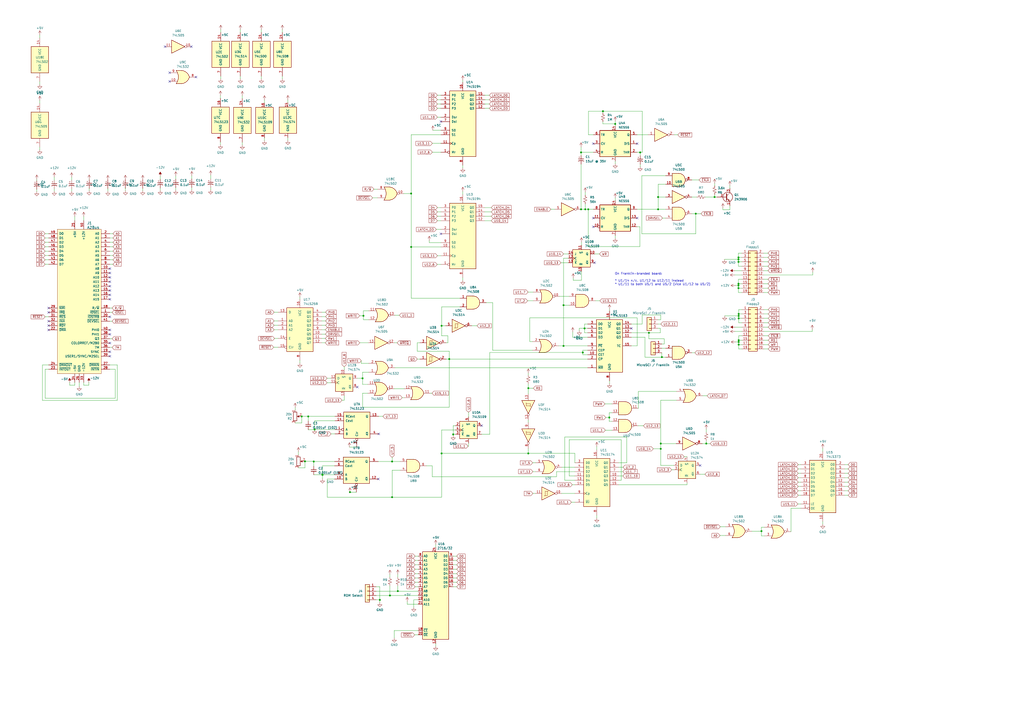
<source format=kicad_sch>
(kicad_sch (version 20230121) (generator eeschema)

  (uuid 56eaaa0c-e1fe-4237-9a20-09a5d3261c04)

  (paper "A2")

  

  (junction (at 210.82 183.1848) (diameter 0) (color 0 0 0 0)
    (uuid 0eb7f77a-1691-46a5-beb9-708ba98faadf)
  )
  (junction (at 202.9968 285.496) (diameter 0) (color 0 0 0 0)
    (uuid 14d45346-d329-43a1-b9b8-64a35b0c2786)
  )
  (junction (at 238.506 143.256) (diameter 0) (color 0 0 0 0)
    (uuid 15a0999a-cf8f-43ce-b2b4-de3dc34f1bf3)
  )
  (junction (at 428.371 167.132) (diameter 0) (color 0 0 0 0)
    (uuid 15f43f1c-accb-4895-805a-096f40d54a7a)
  )
  (junction (at 381.762 114.3) (diameter 0) (color 0 0 0 0)
    (uuid 18830b47-e37a-4b7c-bc40-524241ad9993)
  )
  (junction (at 337.058 88.392) (diameter 0) (color 0 0 0 0)
    (uuid 19ce41b7-d63b-4e3b-8e96-0749db83864a)
  )
  (junction (at 230.759 342.9) (diameter 0) (color 0 0 0 0)
    (uuid 227877cb-8d6b-42dd-9f7a-f23170c0b15d)
  )
  (junction (at 428.498 198.374) (diameter 0) (color 0 0 0 0)
    (uuid 227ba67b-bd2a-403b-9cca-ece13dfc9a29)
  )
  (junction (at 414.528 114.3) (diameter 0) (color 0 0 0 0)
    (uuid 23e17ec8-9479-4c85-9262-9a7a693e4f16)
  )
  (junction (at 428.498 184.658) (diameter 0) (color 0 0 0 0)
    (uuid 2668cc68-5cd8-4256-8d5f-46a4b9c3d00f)
  )
  (junction (at 176.911 267.589) (diameter 0) (color 0 0 0 0)
    (uuid 29ede8ec-7163-4f64-b12a-891361f6d83e)
  )
  (junction (at 341.249 121.412) (diameter 0) (color 0 0 0 0)
    (uuid 2ad1150c-6a6d-4f48-80de-136a5933bf00)
  )
  (junction (at 428.498 197.358) (diameter 0) (color 0 0 0 0)
    (uuid 3676ef53-63ee-4f61-b495-9fda43b885aa)
  )
  (junction (at 226.187 345.44) (diameter 0) (color 0 0 0 0)
    (uuid 4047e49c-241f-4070-8ebb-d2175194a5a3)
  )
  (junction (at 428.371 164.592) (diameter 0) (color 0 0 0 0)
    (uuid 40a6aa2a-e077-4ccc-98cc-345cab0b77dd)
  )
  (junction (at 428.371 151.892) (diameter 0) (color 0 0 0 0)
    (uuid 427efada-0d99-44ee-b65a-61a94a1ba131)
  )
  (junction (at 428.371 165.608) (diameter 0) (color 0 0 0 0)
    (uuid 44148518-9c6e-4761-89b6-5d970091b980)
  )
  (junction (at 428.498 199.898) (diameter 0) (color 0 0 0 0)
    (uuid 48719128-be50-41b3-839a-ab256d4cf8cc)
  )
  (junction (at 353.441 242.189) (diameter 0) (color 0 0 0 0)
    (uuid 4b485b5a-e9ce-452f-8ced-17114d6ffd91)
  )
  (junction (at 428.371 149.352) (diameter 0) (color 0 0 0 0)
    (uuid 5064e6d7-e5c5-4f08-9333-555f72eee4ee)
  )
  (junction (at 383.286 260.35) (diameter 0) (color 0 0 0 0)
    (uuid 5166d6b6-8200-474c-a32b-c555196f31e6)
  )
  (junction (at 356.87 71.882) (diameter 0) (color 0 0 0 0)
    (uuid 52c27fbd-9fc4-4e48-90e6-38e3a0d82b5d)
  )
  (junction (at 403.606 123.952) (diameter 0) (color 0 0 0 0)
    (uuid 5481632d-fd31-48d1-9241-3db81d2839df)
  )
  (junction (at 220.345 347.98) (diameter 0) (color 0 0 0 0)
    (uuid 581e9f3c-406a-4072-8e53-4bc36d564c9b)
  )
  (junction (at 337.058 121.412) (diameter 0) (color 0 0 0 0)
    (uuid 5e3f2ac2-5661-4d18-a032-1fe8786956de)
  )
  (junction (at 339.09 190.5) (diameter 0) (color 0 0 0 0)
    (uuid 62ec17b1-65c1-4c8e-8373-71d96a4abc8f)
  )
  (junction (at 349.758 64.516) (diameter 0) (color 0 0 0 0)
    (uuid 68ac5519-04af-4e05-a4cf-db1e10ee5e75)
  )
  (junction (at 428.371 150.495) (diameter 0) (color 0 0 0 0)
    (uuid 6a049e7b-9826-405a-8ee8-2a6dd344f06c)
  )
  (junction (at 238.506 112.268) (diameter 0) (color 0 0 0 0)
    (uuid 6b0baf6c-d9ee-4b1c-862d-1f9190ab7d08)
  )
  (junction (at 326.898 177.038) (diameter 0) (color 0 0 0 0)
    (uuid 753a0d43-27e8-4262-86a7-30f38473324b)
  )
  (junction (at 175.006 241.554) (diameter 0) (color 0 0 0 0)
    (uuid 8333f7e2-3100-475c-84ac-bd4fd90e46a2)
  )
  (junction (at 326.898 200.66) (diameter 0) (color 0 0 0 0)
    (uuid 84913599-5a61-4410-9a54-840d91668fd6)
  )
  (junction (at 210.312 219.456) (diameter 0) (color 0 0 0 0)
    (uuid 8a6f51da-dbd5-4499-9d4d-062cfa0c7452)
  )
  (junction (at 260.604 208.28) (diameter 0) (color 0 0 0 0)
    (uuid 8d7ab7ec-954c-48b3-993b-3741c25aacf9)
  )
  (junction (at 227.457 267.716) (diameter 0) (color 0 0 0 0)
    (uuid 9071d1b8-e059-44e8-bb4b-a1ab2606d5eb)
  )
  (junction (at 371.348 88.392) (diameter 0) (color 0 0 0 0)
    (uuid 9752ede1-4542-4b95-88cb-322c1087cd25)
  )
  (junction (at 428.498 182.118) (diameter 0) (color 0 0 0 0)
    (uuid 9b875f30-8f9b-4b5b-b27e-88f17676d28e)
  )
  (junction (at 187.071 275.336) (diameter 0) (color 0 0 0 0)
    (uuid 9f9bb35f-05c9-4917-bf0a-74edb9b5decb)
  )
  (junction (at 181.991 267.716) (diameter 0) (color 0 0 0 0)
    (uuid ad8a0025-e6c4-4a4a-96d1-a3bb46b52a4d)
  )
  (junction (at 262.89 251.968) (diameter 0) (color 0 0 0 0)
    (uuid ae179397-46b0-4a33-ac43-4aafafbfe5b9)
  )
  (junction (at 409.702 257.302) (diameter 0) (color 0 0 0 0)
    (uuid aeabf866-9802-401b-9c86-810e77881321)
  )
  (junction (at 182.499 249.174) (diameter 0) (color 0 0 0 0)
    (uuid b56295da-b4a2-4945-9c4d-f118b61e7a62)
  )
  (junction (at 339.4964 121.412) (diameter 0) (color 0 0 0 0)
    (uuid b57d76cc-8247-4c50-a669-2c80b52ee984)
  )
  (junction (at 256.159 188.976) (diameter 0) (color 0 0 0 0)
    (uuid b82eac65-9acb-40cd-8167-e98fce56657b)
  )
  (junction (at 306.451 263.017) (diameter 0) (color 0 0 0 0)
    (uuid b8d3e334-2673-4852-a120-aa9ca5fcc314)
  )
  (junction (at 256.159 263.017) (diameter 0) (color 0 0 0 0)
    (uuid b94c25dc-e9c4-4cd5-9ffa-edf018c67a7e)
  )
  (junction (at 441.706 308.102) (diameter 0) (color 0 0 0 0)
    (uuid c4f9e4e2-930d-4690-8724-998bb53a0423)
  )
  (junction (at 306.4764 225.171) (diameter 0) (color 0 0 0 0)
    (uuid da0a476b-919d-4153-bebf-ec867f736d30)
  )
  (junction (at 376.428 193.04) (diameter 0) (color 0 0 0 0)
    (uuid dcad6ef9-c838-478d-9e1f-3c40d142846e)
  )
  (junction (at 383.286 257.302) (diameter 0) (color 0 0 0 0)
    (uuid e2ad4fa1-5a60-416d-ab62-4f1520d5c5c5)
  )
  (junction (at 383.9464 207.1624) (diameter 0) (color 0 0 0 0)
    (uuid e4552e4c-cca1-4eb3-a435-a3bdac03e800)
  )
  (junction (at 338.074 204.47) (diameter 0) (color 0 0 0 0)
    (uuid ecb786b5-8992-4780-8778-1dbaa87fe391)
  )
  (junction (at 381.762 121.412) (diameter 0) (color 0 0 0 0)
    (uuid ed17696d-e853-4ee2-a849-c9f243f63711)
  )
  (junction (at 178.816 241.554) (diameter 0) (color 0 0 0 0)
    (uuid f08fc34c-75fd-4391-ab9e-36ec8f420cd0)
  )
  (junction (at 187.071 275.463) (diameter 0) (color 0 0 0 0)
    (uuid f2487e48-6677-414e-8fde-0accde918ba7)
  )
  (junction (at 227.457 288.417) (diameter 0) (color 0 0 0 0)
    (uuid fcaa6b18-2f5f-40a7-929f-3eaefad6a1d9)
  )
  (junction (at 428.498 183.261) (diameter 0) (color 0 0 0 0)
    (uuid fd8434a6-ac94-4e1e-834a-b713ca90d0b1)
  )

  (no_connect (at 28.194 181.229) (uuid 00079c83-a711-4f95-8171-4707c1ffe4f2))
  (no_connect (at 255.778 70.5104) (uuid 0023254e-99a6-4e38-9aea-036adb434f94))
  (no_connect (at 110.998 27.051) (uuid 09946f3d-95c5-4e83-bdee-666ac37263df))
  (no_connect (at 369.57 83.312) (uuid 0b4616bb-b68c-4768-b13c-bb3ab37b1241))
  (no_connect (at 63.754 204.089) (uuid 11d10470-6e67-4a4b-a7d4-b72ef4a9d1ca))
  (no_connect (at 207.264 224.536) (uuid 2152bf48-a03d-4428-a1b1-5d9930c6322c))
  (no_connect (at 344.932 152.4) (uuid 2357aadf-b5b6-4a47-84a0-ec9270bf8db0))
  (no_connect (at 63.754 163.449) (uuid 2dd1b146-5821-42d2-b7b7-652f3d37495f))
  (no_connect (at 63.754 193.929) (uuid 3885ffd3-fd3b-4dba-b4f6-fb833d8d535c))
  (no_connect (at 28.194 188.849) (uuid 3bb3b145-9e54-4d85-a684-3f371eba77c4))
  (no_connect (at 28.194 191.389) (uuid 40c3baa7-d5b0-4c7e-89ad-714f7d1d467f))
  (no_connect (at 219.71 251.714) (uuid 46481c9d-3219-495e-99d8-4db677316f31))
  (no_connect (at 344.17 131.572) (uuid 4e90335f-0b5c-44b6-954e-50c9221d83fb))
  (no_connect (at 98.425 47.244) (uuid 55a97291-90c8-48d1-b85b-42536268fe43))
  (no_connect (at 63.754 158.369) (uuid 5a352595-70d1-4dc3-83fe-9cc43b2ea3b8))
  (no_connect (at 28.194 178.689) (uuid 5c47f2df-94cd-4506-8fb8-5fba0f3f15d4))
  (no_connect (at 406.146 270.002) (uuid 67e50e74-ce51-41c4-8715-55e602ab574f))
  (no_connect (at 63.754 183.769) (uuid 730a19e5-44b6-4b85-b39d-3319b8b30c0e))
  (no_connect (at 63.754 171.069) (uuid 745f3071-b71a-4126-8cfe-b28100f2c83d))
  (no_connect (at 279.4 246.888) (uuid 7f69b8a6-fd8d-4ebf-9fac-fb9372e95fdf))
  (no_connect (at 63.754 199.009) (uuid 83fd2193-17e5-4a27-adca-61ac1df8125e))
  (no_connect (at 113.665 44.704) (uuid 878414e4-e89b-4b62-b96a-3a45817a5ccd))
  (no_connect (at 369.57 126.492) (uuid 8f8dedf8-ce30-4ef7-94e6-bf4dd6dfbe7d))
  (no_connect (at 63.754 206.629) (uuid 956a391a-da2c-4d12-905e-127887b4e204))
  (no_connect (at 28.194 186.309) (uuid af4080e4-3e4a-42fa-a388-9422b5495276))
  (no_connect (at 98.425 42.164) (uuid b084c7d8-103e-4844-afc5-634992033d4b))
  (no_connect (at 344.17 83.312) (uuid bb9f08b1-817c-4157-86a8-001ebeb5682d))
  (no_connect (at 63.754 155.829) (uuid bd9d7e14-21b3-4dcd-9f41-a79fe09ce87e))
  (no_connect (at 366.268 190.5) (uuid c0166046-6244-47a5-9534-d1f90d7e129b))
  (no_connect (at 63.754 160.909) (uuid c06ada5e-2a3b-4df5-9a4d-1d7db4b05dca))
  (no_connect (at 63.754 168.529) (uuid cfd67672-d5af-4a82-ac5e-032c54d5ca3f))
  (no_connect (at 95.758 27.051) (uuid d9ee195d-667c-46b5-8c90-2d715e6afbee))
  (no_connect (at 63.754 173.609) (uuid dad0e8de-846b-4927-a07b-a135ef708439))
  (no_connect (at 63.754 191.389) (uuid e84d737c-cffc-4102-ae0c-16e7870ea92c))
  (no_connect (at 344.17 126.492) (uuid e85963b0-aca1-4e88-8dcc-ea6a2b30aa16))
  (no_connect (at 255.778 135.636) (uuid f56a3247-35bc-4734-a52e-0c4d8a7dd57a))
  (no_connect (at 63.754 165.989) (uuid f83a257c-1ff9-4bb7-ae91-0221c4808d11))
  (no_connect (at 219.456 277.876) (uuid fbba59ff-199c-431d-9558-e8c866b5ce8c))

  (wire (pts (xy 372.4656 182.7276) (xy 372.4656 187.96))
    (stroke (width 0) (type default))
    (uuid 00574d2a-adbb-461e-bfab-c3030d96eb4f)
  )
  (wire (pts (xy 218.186 342.9) (xy 230.759 342.9))
    (stroke (width 0) (type default))
    (uuid 0069cff1-7758-4892-937b-381c82fabe50)
  )
  (wire (pts (xy 281.178 120.396) (xy 284.988 120.396))
    (stroke (width 0) (type default))
    (uuid 007e0ebe-d85a-4638-af77-d1a23acf3dd8)
  )
  (wire (pts (xy 366.268 200.66) (xy 369.57 200.66))
    (stroke (width 0) (type default))
    (uuid 00886f5c-4976-4610-9ff6-c8245aa5e3db)
  )
  (wire (pts (xy 331.978 281.178) (xy 333.502 281.178))
    (stroke (width 0) (type default))
    (uuid 00f4b3b9-78f1-4610-b5e0-84f3d25adcc5)
  )
  (wire (pts (xy 428.371 151.892) (xy 428.371 154.432))
    (stroke (width 0) (type default))
    (uuid 00f7c9a1-a7ec-475d-ae41-a3a9244fac3f)
  )
  (wire (pts (xy 255.7272 83.2104) (xy 255.7272 83.185))
    (stroke (width 0) (type default))
    (uuid 0109a42f-4b31-4ebe-876a-96b722593589)
  )
  (wire (pts (xy 371.221 143.002) (xy 371.221 131.572))
    (stroke (width 0) (type default))
    (uuid 01e83326-4e98-4d5f-82ec-8f0b7bea881a)
  )
  (wire (pts (xy 383.286 232.156) (xy 383.286 257.302))
    (stroke (width 0) (type default))
    (uuid 02c6a018-f574-45b9-a68c-fa31b09aaed6)
  )
  (wire (pts (xy 227.457 265.303) (xy 227.457 267.716))
    (stroke (width 0) (type default))
    (uuid 02d0e262-8c0a-4218-9c00-7ec2ebecc668)
  )
  (wire (pts (xy 186.69 198.882) (xy 188.6712 198.882))
    (stroke (width 0) (type default))
    (uuid 039917d2-99a2-4522-8665-986db18d8e31)
  )
  (wire (pts (xy 151.638 17.145) (xy 151.638 18.796))
    (stroke (width 0) (type default))
    (uuid 040dbea4-9977-4a31-9393-13ea60b16445)
  )
  (wire (pts (xy 262.89 330.2) (xy 264.922 330.2))
    (stroke (width 0) (type default))
    (uuid 04752ae3-bfc2-458d-bdc8-afea6c7649ee)
  )
  (wire (pts (xy 337.312 162.56) (xy 332.486 162.56))
    (stroke (width 0) (type default))
    (uuid 04a6efa1-aa9e-4645-bd05-c8e4cdf162a6)
  )
  (wire (pts (xy 346.202 298.958) (xy 346.202 300.482))
    (stroke (width 0) (type default))
    (uuid 05420eaf-24bd-4d1e-99bf-3be6ddd68c66)
  )
  (wire (pts (xy 396.875 264.922) (xy 398.526 264.922))
    (stroke (width 0) (type default))
    (uuid 05c4193c-faca-4502-a4be-7633bebf234d)
  )
  (wire (pts (xy 186.69 193.802) (xy 188.722 193.802))
    (stroke (width 0) (type default))
    (uuid 05fc5cc0-bb44-4350-a781-560e0e3b4c4c)
  )
  (wire (pts (xy 24.638 211.709) (xy 24.638 232.283))
    (stroke (width 0) (type default))
    (uuid 06181ce3-b06b-4529-8cce-dd2810672270)
  )
  (wire (pts (xy 242.57 335.28) (xy 240.792 335.28))
    (stroke (width 0) (type default))
    (uuid 064b29a8-f9a3-4267-b587-373d5046518a)
  )
  (wire (pts (xy 281.7368 62.865) (xy 283.845 62.865))
    (stroke (width 0) (type default))
    (uuid 0656086a-1f5b-495e-8615-b7c40f0badad)
  )
  (wire (pts (xy 258.445 188.976) (xy 256.159 188.976))
    (stroke (width 0) (type default))
    (uuid 070d6392-fdeb-4eee-9a52-e9ea2fd7fd17)
  )
  (wire (pts (xy 255.6256 55.245) (xy 253.746 55.245))
    (stroke (width 0) (type default))
    (uuid 0754172d-7b54-485f-b2c6-89de78d13fc8)
  )
  (wire (pts (xy 426.212 159.512) (xy 430.276 159.512))
    (stroke (width 0) (type default))
    (uuid 07851094-48db-4000-b57f-0f0e1e1f126f)
  )
  (wire (pts (xy 238.506 78.1304) (xy 255.778 78.1304))
    (stroke (width 0) (type default))
    (uuid 09060ad0-0646-41a1-ba05-5322ed0a435f)
  )
  (wire (pts (xy 353.568 179.324) (xy 353.568 180.34))
    (stroke (width 0) (type default))
    (uuid 09aa1bf2-8a17-4f34-8d88-8b81ad5c5abb)
  )
  (wire (pts (xy 442.976 164.592) (xy 445.516 164.592))
    (stroke (width 0) (type default))
    (uuid 09c87717-7ef4-45f4-b64d-0750365e4a24)
  )
  (wire (pts (xy 463.042 272.034) (xy 464.566 272.034))
    (stroke (width 0) (type default))
    (uuid 0a0b1b1c-92a4-478c-aa5b-ee031bba2f03)
  )
  (wire (pts (xy 226.187 345.44) (xy 242.57 345.44))
    (stroke (width 0) (type default))
    (uuid 0b2ece80-3483-4240-b6c8-87d84edcd6a8)
  )
  (wire (pts (xy 463.042 274.574) (xy 464.566 274.574))
    (stroke (width 0) (type default))
    (uuid 0b68a056-85b6-48d1-a2cc-038c8a65659f)
  )
  (wire (pts (xy 240.03 352.2472) (xy 240.03 347.98))
    (stroke (width 0) (type default))
    (uuid 0c0c9414-8569-47d0-9bbd-a5c6f7990176)
  )
  (wire (pts (xy 210.82 185.42) (xy 213.868 185.42))
    (stroke (width 0) (type default))
    (uuid 0c490525-8dc8-42cf-8f5d-14c1f973c5bc)
  )
  (wire (pts (xy 430.276 146.812) (xy 428.371 146.812))
    (stroke (width 0) (type default))
    (uuid 0d15b18c-8f36-417c-8627-6d7fc247b2d0)
  )
  (wire (pts (xy 309.118 273.558) (xy 310.642 273.558))
    (stroke (width 0) (type default))
    (uuid 0d5c8966-853d-4aee-89ff-753b20ea3fd6)
  )
  (wire (pts (xy 428.371 164.592) (xy 430.276 164.592))
    (stroke (width 0) (type default))
    (uuid 0d838062-46de-45e9-bfdd-65e77dd8aee8)
  )
  (wire (pts (xy 462.788 292.354) (xy 464.566 292.354))
    (stroke (width 0) (type default))
    (uuid 0e12576a-5d20-430c-b87b-bc4facb73712)
  )
  (wire (pts (xy 208.6356 183.1848) (xy 210.82 183.1848))
    (stroke (width 0) (type default))
    (uuid 0e4c835e-1a72-4fc8-beef-fd110906edea)
  )
  (wire (pts (xy 281.178 122.936) (xy 284.988 122.936))
    (stroke (width 0) (type default))
    (uuid 0f094e4b-acc5-4d61-81bb-2d09930a28bd)
  )
  (wire (pts (xy 414.528 106.426) (xy 414.528 107.823))
    (stroke (width 0) (type default))
    (uuid 10252dee-e0c1-46aa-b100-90f76de019ec)
  )
  (wire (pts (xy 66.802 231.013) (xy 66.802 214.249))
    (stroke (width 0) (type default))
    (uuid 103875b5-8d01-45bb-9766-b4bffd2a91ed)
  )
  (wire (pts (xy 407.67 229.616) (xy 410.21 229.616))
    (stroke (width 0) (type default))
    (uuid 1046df67-d8c4-4253-99a4-8c71d51cc5da)
  )
  (wire (pts (xy 381.762 106.934) (xy 381.762 114.3))
    (stroke (width 0) (type default))
    (uuid 10cbd44e-498b-4149-a7a3-ce2436234da6)
  )
  (wire (pts (xy 308.991 268.478) (xy 310.642 268.478))
    (stroke (width 0) (type default))
    (uuid 124b9756-7dbf-43a0-80e7-a46f9a2b36c9)
  )
  (wire (pts (xy 281.7368 62.8904) (xy 281.7368 62.865))
    (stroke (width 0) (type default))
    (uuid 125e7f04-30f0-4f88-af7b-caf18148782b)
  )
  (wire (pts (xy 381.762 114.3) (xy 386.08 114.3))
    (stroke (width 0) (type default))
    (uuid 1346430b-8675-4b45-ad92-91bb90b137f1)
  )
  (wire (pts (xy 358.902 268.478) (xy 363.601 268.478))
    (stroke (width 0) (type default))
    (uuid 1356113a-513f-4af7-ba9a-3e0eb779f180)
  )
  (wire (pts (xy 381.762 114.3) (xy 381.762 121.412))
    (stroke (width 0) (type default))
    (uuid 13a81eef-8d07-433f-b193-05e64faf501c)
  )
  (wire (pts (xy 159.258 196.342) (xy 161.29 196.342))
    (stroke (width 0) (type default))
    (uuid 13a98e74-3895-4860-ace8-42264bd188ca)
  )
  (wire (pts (xy 420.37 183.261) (xy 428.498 183.261))
    (stroke (width 0) (type default))
    (uuid 141295d1-b5fc-4f78-b6c6-4a5775b63835)
  )
  (wire (pts (xy 255.4732 62.8904) (xy 255.4732 62.865))
    (stroke (width 0) (type default))
    (uuid 14237b2d-35e0-4923-9a7b-d65817700424)
  )
  (wire (pts (xy 255.7272 83.185) (xy 250.825 83.185))
    (stroke (width 0) (type default))
    (uuid 1568cca2-d9ad-41d0-b548-de2df5e16612)
  )
  (wire (pts (xy 401.32 123.952) (xy 403.606 123.952))
    (stroke (width 0) (type default))
    (uuid 15776cd5-5e30-4bf6-9cc4-824c5705194c)
  )
  (wire (pts (xy 356.87 136.652) (xy 356.87 138.176))
    (stroke (width 0) (type default))
    (uuid 16728753-ca6c-4fe7-8178-d0982b6b4f17)
  )
  (wire (pts (xy 127.889 82.423) (xy 127.889 83.947))
    (stroke (width 0) (type default))
    (uuid 16755ab3-9878-498d-b781-70eb0a8321ce)
  )
  (wire (pts (xy 256.159 178.054) (xy 256.159 188.976))
    (stroke (width 0) (type default))
    (uuid 1675ca04-4c5f-4b67-bb62-04a02e0c8b69)
  )
  (wire (pts (xy 63.754 140.589) (xy 65.532 140.589))
    (stroke (width 0) (type default))
    (uuid 169e61eb-96e8-4c61-89f0-5030d1e7f392)
  )
  (wire (pts (xy 374.142 207.1624) (xy 374.142 195.58))
    (stroke (width 0) (type default))
    (uuid 17d991fb-7651-4a3d-90b7-989e67fb6932)
  )
  (wire (pts (xy 41.529 102.743) (xy 41.529 104.521))
    (stroke (width 0) (type default))
    (uuid 1901c3db-6846-4baf-a944-eb37755bbafa)
  )
  (wire (pts (xy 428.371 146.812) (xy 428.371 149.352))
    (stroke (width 0) (type default))
    (uuid 19abd9cd-9670-4f1f-864f-883c3b0782ab)
  )
  (wire (pts (xy 325.882 271.018) (xy 333.502 271.018))
    (stroke (width 0) (type default))
    (uuid 1a8f27f6-8e7c-4479-9c29-473839a5673e)
  )
  (wire (pts (xy 366.268 195.58) (xy 374.142 195.58))
    (stroke (width 0) (type default))
    (uuid 1aa04cfe-8dfe-4531-80f7-9c39f6757763)
  )
  (wire (pts (xy 28.194 148.209) (xy 26.162 148.209))
    (stroke (width 0) (type default))
    (uuid 1af49ea9-2385-422c-915b-da380d233ae8)
  )
  (wire (pts (xy 350.901 234.315) (xy 354.965 234.315))
    (stroke (width 0) (type default))
    (uuid 1bdb14cd-6438-42dc-b5eb-9f1b82ac6ee8)
  )
  (wire (pts (xy 383.9464 202.0824) (xy 386.08 202.0824))
    (stroke (width 0) (type default))
    (uuid 1bf36dd4-f692-415d-b903-22a2d1f06abb)
  )
  (wire (pts (xy 186.69 186.182) (xy 188.849 186.182))
    (stroke (width 0) (type default))
    (uuid 1df8e6c8-70be-4d44-9611-4958c61c9713)
  )
  (wire (pts (xy 242.57 340.36) (xy 240.792 340.36))
    (stroke (width 0) (type default))
    (uuid 1e42d8a7-e536-4d54-af0a-127f1462310f)
  )
  (wire (pts (xy 322.834 276.479) (xy 250.698 276.479))
    (stroke (width 0) (type default))
    (uuid 1eab2bbf-f74c-4e84-9a87-ab804723437e)
  )
  (wire (pts (xy 370.332 236.855) (xy 370.332 227.076))
    (stroke (width 0) (type default))
    (uuid 1ebfdc13-b7aa-4fe4-9c59-27706ce9af12)
  )
  (wire (pts (xy 210.312 236.1692) (xy 260.604 236.1692))
    (stroke (width 0) (type default))
    (uuid 1ef652e2-4f81-4121-ab63-8ffcc481806e)
  )
  (wire (pts (xy 419.354 120.65) (xy 419.354 121.666))
    (stroke (width 0) (type default))
    (uuid 1f1f6048-783d-4fa2-8b9d-4f428817071e)
  )
  (wire (pts (xy 250.698 276.479) (xy 250.698 270.256))
    (stroke (width 0) (type default))
    (uuid 1f8ab515-4239-4652-a342-db3d9daf75d8)
  )
  (wire (pts (xy 477.266 302.514) (xy 477.266 304.038))
    (stroke (width 0) (type default))
    (uuid 20d9c6c4-736f-4ad1-a5ed-f7de55b7f1d5)
  )
  (wire (pts (xy 356.87 70.358) (xy 356.87 71.882))
    (stroke (width 0) (type default))
    (uuid 213f6e22-e8c8-4492-a379-2322f30f3125)
  )
  (wire (pts (xy 253.746 148.336) (xy 255.778 148.336))
    (stroke (width 0) (type default))
    (uuid 22f92fd4-22c2-49c2-b68f-c98d01d59bb6)
  )
  (wire (pts (xy 40.386 221.869) (xy 40.386 223.393))
    (stroke (width 0) (type default))
    (uuid 234e4088-7b74-4b83-ac7a-d26a332b7728)
  )
  (wire (pts (xy 430.403 194.818) (xy 428.498 194.818))
    (stroke (width 0) (type default))
    (uuid 23a385f6-c567-4c32-b440-5de537d5d224)
  )
  (wire (pts (xy 428.371 164.592) (xy 428.371 165.608))
    (stroke (width 0) (type default))
    (uuid 24b5e0b4-6844-4584-9cc5-77dfd19e9a39)
  )
  (wire (pts (xy 338.074 203.2) (xy 340.868 203.2))
    (stroke (width 0) (type default))
    (uuid 252e28f1-2826-4f6b-b5a9-8bf0780e68d6)
  )
  (wire (pts (xy 331.47 291.338) (xy 333.502 291.338))
    (stroke (width 0) (type default))
    (uuid 260647dc-5c22-4300-8f41-c2a808039a1b)
  )
  (wire (pts (xy 159.004 191.262) (xy 161.29 191.262))
    (stroke (width 0) (type default))
    (uuid 26970cac-8593-4f8a-9df6-0c3172c51261)
  )
  (wire (pts (xy 255.524 60.325) (xy 253.746 60.325))
    (stroke (width 0) (type default))
    (uuid 26ddf6b2-550e-415c-8c7d-c6d7c0d5e523)
  )
  (wire (pts (xy 167.005 57.912) (xy 167.005 59.563))
    (stroke (width 0) (type default))
    (uuid 26e2c626-2054-4bf2-bc0f-17f2cb652a87)
  )
  (wire (pts (xy 351.155 249.555) (xy 354.965 249.555))
    (stroke (width 0) (type default))
    (uuid 27099863-8b7e-4f4e-9483-231766d037e6)
  )
  (wire (pts (xy 306.4764 222.6564) (xy 306.4764 225.171))
    (stroke (width 0) (type default))
    (uuid 274115e5-c023-40f9-80c0-c1b36d6a5bf4)
  )
  (wire (pts (xy 363.601 253.492) (xy 327.66 253.492))
    (stroke (width 0) (type default))
    (uuid 27b956ed-c09f-4b92-adbb-7df9d3bcc521)
  )
  (wire (pts (xy 403.606 135.636) (xy 403.606 123.952))
    (stroke (width 0) (type default))
    (uuid 288ea8f6-0c8b-412d-8973-b96c570a5809)
  )
  (wire (pts (xy 255.5748 57.785) (xy 253.746 57.785))
    (stroke (width 0) (type default))
    (uuid 28d12758-ff2d-4dc4-9737-1eb7e05cd3dd)
  )
  (wire (pts (xy 207.264 219.456) (xy 210.312 219.456))
    (stroke (width 0) (type default))
    (uuid 291d89ff-3591-491a-bea1-d06156d7740c)
  )
  (wire (pts (xy 189.865 288.417) (xy 227.457 288.417))
    (stroke (width 0) (type default))
    (uuid 2963870a-f512-4889-bfad-b84443ff7c35)
  )
  (wire (pts (xy 264.16 246.888) (xy 262.89 246.888))
    (stroke (width 0) (type default))
    (uuid 2acb5921-7af8-4f3f-ad29-3f90022b3486)
  )
  (wire (pts (xy 28.194 183.769) (xy 26.162 183.769))
    (stroke (width 0) (type default))
    (uuid 2b000f12-7837-4dbb-9b1f-5fedbdeacacc)
  )
  (wire (pts (xy 48.514 223.393) (xy 51.562 223.393))
    (stroke (width 0) (type default))
    (uuid 2b3e8503-775e-4be7-b759-0f65b7dd6fb9)
  )
  (wire (pts (xy 392.43 232.156) (xy 383.286 232.156))
    (stroke (width 0) (type default))
    (uuid 2b4d7482-fe32-4eb1-add5-c6f422a800e9)
  )
  (wire (pts (xy 249.0216 140.716) (xy 255.778 140.716))
    (stroke (width 0) (type default))
    (uuid 2b771cda-6ef1-4228-a7b9-606d6089e450)
  )
  (wire (pts (xy 242.57 325.12) (xy 240.792 325.12))
    (stroke (width 0) (type default))
    (uuid 2b922a83-3308-4215-9822-51cefc25e060)
  )
  (wire (pts (xy 341.376 78.232) (xy 341.376 64.516))
    (stroke (width 0) (type default))
    (uuid 2bbb70e5-c86d-4125-b3fd-383eda8a636a)
  )
  (wire (pts (xy 210.312 219.456) (xy 210.312 223.012))
    (stroke (width 0) (type default))
    (uuid 2bd0af92-7508-40d7-8137-150efcf06ce9)
  )
  (wire (pts (xy 341.249 121.412) (xy 341.249 143.002))
    (stroke (width 0) (type default))
    (uuid 2c505973-1eb3-4942-becd-c975203b9252)
  )
  (wire (pts (xy 173.99 209.042) (xy 173.99 210.566))
    (stroke (width 0) (type default))
    (uuid 2ced7b97-65c3-40c2-855f-899ba28847a9)
  )
  (wire (pts (xy 428.371 162.052) (xy 428.371 164.592))
    (stroke (width 0) (type default))
    (uuid 2d971387-7e10-4b07-81d6-84dc00b9d4eb)
  )
  (wire (pts (xy 242.062 208.28) (xy 243.586 208.28))
    (stroke (width 0) (type default))
    (uuid 2f68bce5-d72c-4897-b6ff-95016d192940)
  )
  (wire (pts (xy 28.194 145.669) (xy 26.162 145.669))
    (stroke (width 0) (type default))
    (uuid 319b669a-6a92-4893-9b98-c408df234816)
  )
  (wire (pts (xy 252.73 373.38) (xy 252.73 374.777))
    (stroke (width 0) (type default))
    (uuid 33099e0a-fa78-4987-9d6f-e97f8bb30e04)
  )
  (wire (pts (xy 281.178 62.8904) (xy 281.7368 62.8904))
    (stroke (width 0) (type default))
    (uuid 330eb766-294c-41b5-8dbc-b9623757c888)
  )
  (wire (pts (xy 443.103 187.198) (xy 445.643 187.198))
    (stroke (width 0) (type default))
    (uuid 3321ca68-360f-43c2-96b3-e6b31e08b312)
  )
  (wire (pts (xy 442.976 156.972) (xy 445.516 156.972))
    (stroke (width 0) (type default))
    (uuid 33859ce5-cded-4922-abe0-c4afb5f18990)
  )
  (wire (pts (xy 210.312 215.9) (xy 210.312 219.456))
    (stroke (width 0) (type default))
    (uuid 33ca31fa-84e2-422e-88f1-847a5a145573)
  )
  (wire (pts (xy 333.502 273.558) (xy 322.834 273.558))
    (stroke (width 0) (type default))
    (uuid 33dc364b-aeb1-4ccc-8734-ff295df92d27)
  )
  (wire (pts (xy 159.004 188.722) (xy 161.29 188.722))
    (stroke (width 0) (type default))
    (uuid 33fcac58-8184-4d20-a1c4-284cdd66749e)
  )
  (wire (pts (xy 428.371 149.352) (xy 430.276 149.352))
    (stroke (width 0) (type default))
    (uuid 3417a8d8-27e7-4017-8c55-1a7645d76a1d)
  )
  (wire (pts (xy 426.339 192.278) (xy 430.403 192.278))
    (stroke (width 0) (type default))
    (uuid 348e1eab-d2c1-4b17-9096-fe568a6ea495)
  )
  (wire (pts (xy 186.69 183.642) (xy 188.849 183.642))
    (stroke (width 0) (type default))
    (uuid 34d43017-421d-4833-8ffd-032b2cb1a4d5)
  )
  (wire (pts (xy 187.071 270.256) (xy 187.071 275.336))
    (stroke (width 0) (type default))
    (uuid 3579f635-6354-42f8-a75c-3f1c4ddbabe0)
  )
  (wire (pts (xy 441.706 310.896) (xy 443.484 310.896))
    (stroke (width 0) (type default))
    (uuid 36dabc5e-7da5-44d2-9a3b-0b41b99f0479)
  )
  (wire (pts (xy 489.966 284.734) (xy 491.998 284.734))
    (stroke (width 0) (type default))
    (uuid 37a63329-bc53-4bc9-a3a4-1ec82f83cda1)
  )
  (wire (pts (xy 489.966 272.034) (xy 491.998 272.034))
    (stroke (width 0) (type default))
    (uuid 37f4e18f-a43e-4eb6-81b1-ce9b6990c4bc)
  )
  (wire (pts (xy 338.074 203.2) (xy 338.074 204.47))
    (stroke (width 0) (type default))
    (uuid 385e03d2-22fa-42cc-89af-2e4146b4d8b5)
  )
  (wire (pts (xy 40.386 223.393) (xy 43.434 223.393))
    (stroke (width 0) (type default))
    (uuid 38891a5f-796b-4863-8641-e71ba85257a8)
  )
  (wire (pts (xy 82.804 109.3216) (xy 82.804 110.617))
    (stroke (width 0) (type default))
    (uuid 38b47637-5050-47ac-af4f-98392006f2e2)
  )
  (wire (pts (xy 63.754 150.749) (xy 65.532 150.749))
    (stroke (width 0) (type default))
    (uuid 39057a9e-8840-42e9-83e6-4aff46397e01)
  )
  (wire (pts (xy 255.778 55.2704) (xy 255.6256 55.2704))
    (stroke (width 0) (type default))
    (uuid 3967a7f7-9cae-4a03-ab22-fbf79e569eef)
  )
  (wire (pts (xy 45.974 221.869) (xy 45.974 224.155))
    (stroke (width 0) (type default))
    (uuid 39c95b3c-9153-493a-bf90-c97480710e15)
  )
  (wire (pts (xy 326.898 147.32) (xy 329.692 147.32))
    (stroke (width 0) (type default))
    (uuid 39cb24c1-da17-45ac-a22a-b2797c1ec8d6)
  )
  (wire (pts (xy 255.7272 83.2104) (xy 255.778 83.2104))
    (stroke (width 0) (type default))
    (uuid 39e6851e-e98b-4b38-ac47-417d5a1b0d16)
  )
  (wire (pts (xy 337.058 88.392) (xy 344.17 88.392))
    (stroke (width 0) (type default))
    (uuid 3a99f074-2ff1-4825-9e77-0d3431a418a1)
  )
  (wire (pts (xy 436.118 308.102) (xy 441.706 308.102))
    (stroke (width 0) (type default))
    (uuid 3a9f8d25-150e-4f10-bfd9-b6eb1252dc52)
  )
  (wire (pts (xy 383.286 182.7276) (xy 372.4656 182.7276))
    (stroke (width 0) (type default))
    (uuid 3b07724e-288b-47d2-842d-3bb7c521462f)
  )
  (wire (pts (xy 386.08 106.934) (xy 381.762 106.934))
    (stroke (width 0) (type default))
    (uuid 3b0854d9-c882-4656-b38a-d91434bdd4de)
  )
  (wire (pts (xy 63.754 145.669) (xy 65.532 145.669))
    (stroke (width 0) (type default))
    (uuid 3b1f80e4-9899-4eba-b63e-89ca6dbb1c37)
  )
  (wire (pts (xy 51.689 109.3978) (xy 51.689 110.617))
    (stroke (width 0) (type default))
    (uuid 3b5fe685-44aa-435c-856c-b0131936263f)
  )
  (wire (pts (xy 63.754 201.549) (xy 65.024 201.549))
    (stroke (width 0) (type default))
    (uuid 3b8dae4d-f4bc-4417-a381-a0888263da7b)
  )
  (wire (pts (xy 443.103 197.358) (xy 445.643 197.358))
    (stroke (width 0) (type default))
    (uuid 3c53083b-e778-489a-8a5a-3aef58728150)
  )
  (wire (pts (xy 227.457 267.716) (xy 232.156 267.716))
    (stroke (width 0) (type default))
    (uuid 3c86db09-9042-40cd-9248-fb55d22264d7)
  )
  (wire (pts (xy 186.69 196.342) (xy 188.722 196.342))
    (stroke (width 0) (type default))
    (uuid 3d31a697-51de-4e0a-a36c-b8e16bc1a8d7)
  )
  (wire (pts (xy 228.8032 365.76) (xy 228.8032 365.8108))
    (stroke (width 0) (type default))
    (uuid 3d3fab1e-b37f-4852-bd25-3f861271cbb9)
  )
  (wire (pts (xy 173.99 172.339) (xy 173.99 173.482))
    (stroke (width 0) (type default))
    (uuid 3d43c4df-5732-4c74-b1d1-0e5d80941e7a)
  )
  (wire (pts (xy 341.249 143.002) (xy 371.221 143.002))
    (stroke (width 0) (type default))
    (uuid 3dda110d-7a2a-4c29-aebd-62a4e68366d0)
  )
  (wire (pts (xy 281.178 125.476) (xy 284.988 125.476))
    (stroke (width 0) (type default))
    (uuid 3f5f71cf-4671-493f-adfd-29d112b44546)
  )
  (wire (pts (xy 372.618 88.392) (xy 371.348 88.392))
    (stroke (width 0) (type default))
    (uuid 41a9a39b-2cbb-44f0-80fa-514630e8dc44)
  )
  (wire (pts (xy 255.778 128.016) (xy 253.746 128.016))
    (stroke (width 0) (type default))
    (uuid 42272146-16b6-4961-b697-8d8f07fcfca2)
  )
  (wire (pts (xy 242.57 330.2) (xy 240.792 330.2))
    (stroke (width 0) (type default))
    (uuid 423ac83c-2820-4103-b475-46dbb6c3c019)
  )
  (wire (pts (xy 255.6764 88.265) (xy 250.825 88.265))
    (stroke (width 0) (type default))
    (uuid 4260c575-11f9-4ef1-ad5f-cbee43830f9b)
  )
  (wire (pts (xy 333.502 268.478) (xy 333.502 263.017))
    (stroke (width 0) (type default))
    (uuid 435ff79e-8317-49ce-b9dc-0d3fef650d6b)
  )
  (wire (pts (xy 489.966 274.574) (xy 491.998 274.574))
    (stroke (width 0) (type default))
    (uuid 4386ef56-a88d-4d19-8f54-59ec26d88a07)
  )
  (wire (pts (xy 189.865 277.876) (xy 194.056 277.876))
    (stroke (width 0) (type default))
    (uuid 43dd29de-012c-40eb-8ab4-4ab281a70592)
  )
  (wire (pts (xy 371.348 88.392) (xy 369.57 88.392))
    (stroke (width 0) (type default))
    (uuid 43e0c69e-e814-42af-9208-74b8ab122e8f)
  )
  (wire (pts (xy 242.57 332.74) (xy 240.792 332.74))
    (stroke (width 0) (type default))
    (uuid 4566a2a0-6592-4246-b2d5-7715d2ce6563)
  )
  (wire (pts (xy 273.685 188.976) (xy 276.733 188.976))
    (stroke (width 0) (type default))
    (uuid 45fefb57-e01b-4797-b7a4-e56e0b2a70bb)
  )
  (wire (pts (xy 325.374 152.4) (xy 329.692 152.4))
    (stroke (width 0) (type default))
    (uuid 46585694-5277-4008-a238-cc258e7d698c)
  )
  (wire (pts (xy 226.187 333.248) (xy 226.187 334.772))
    (stroke (width 0) (type default))
    (uuid 46ab67f8-f711-4e63-a219-1709c00c7dcd)
  )
  (wire (pts (xy 199.644 212.725) (xy 199.644 214.376))
    (stroke (width 0) (type default))
    (uuid 47af053b-8469-44f4-abb6-102a45e81767)
  )
  (wire (pts (xy 259.842 194.818) (xy 259.842 198.882))
    (stroke (width 0) (type default))
    (uuid 47dc275a-8a87-44ca-a785-435496e2d418)
  )
  (wire (pts (xy 171.196 236.4232) (xy 171.196 237.744))
    (stroke (width 0) (type default))
    (uuid 47e81150-f847-4373-94c8-74272ed0d6b8)
  )
  (wire (pts (xy 281.178 60.3504) (xy 281.686 60.3504))
    (stroke (width 0) (type default))
    (uuid 48d9f184-31bd-403f-812a-b8925b43f59d)
  )
  (wire (pts (xy 356.87 71.882) (xy 356.87 73.152))
    (stroke (width 0) (type default))
    (uuid 48f198fa-4e7c-4caa-a879-e9922c229418)
  )
  (wire (pts (xy 63.754 181.229) (xy 65.024 181.229))
    (stroke (width 0) (type default))
    (uuid 4907fd95-2adc-4178-91f0-5e7ab6a8d462)
  )
  (wire (pts (xy 262.89 332.74) (xy 264.922 332.74))
    (stroke (width 0) (type default))
    (uuid 4981531b-a445-425a-985c-35b8db68489f)
  )
  (wire (pts (xy 341.249 121.412) (xy 344.17 121.412))
    (stroke (width 0) (type default))
    (uuid 49a241a9-90c2-4b7a-bedd-d204d312788e)
  )
  (wire (pts (xy 192.024 251.714) (xy 194.31 251.714))
    (stroke (width 0) (type default))
    (uuid 49f73d90-a4b4-4984-9ada-872de592c31d)
  )
  (wire (pts (xy 339.09 193.04) (xy 340.868 193.04))
    (stroke (width 0) (type default))
    (uuid 49fdc7cd-5779-4afe-82e8-1924159c0fb2)
  )
  (wire (pts (xy 346.202 259.08) (xy 346.202 260.858))
    (stroke (width 0) (type default))
    (uuid 4a0e8f76-ca6e-4721-992e-d4d4f847c5fd)
  )
  (wire (pts (xy 353.441 239.395) (xy 353.441 242.189))
    (stroke (width 0) (type default))
    (uuid 4a56a3f9-bb52-4873-b50a-a897b84f4f9f)
  )
  (wire (pts (xy 430.276 162.052) (xy 428.371 162.052))
    (stroke (width 0) (type default))
    (uuid 4af229f5-987e-4c55-9490-6faecb3c88dd)
  )
  (wire (pts (xy 333.502 276.098) (xy 330.2 276.098))
    (stroke (width 0) (type default))
    (uuid 4b3e831f-a122-4475-bcb9-8db61283b7fb)
  )
  (wire (pts (xy 101.981 108.966) (xy 101.981 110.236))
    (stroke (width 0) (type default))
    (uuid 4b422eec-f9ee-4120-8d22-d5d00ab5f408)
  )
  (wire (pts (xy 176.9364 267.6144) (xy 176.8856 267.6144))
    (stroke (width 0) (type default))
    (uuid 4c8f8603-2af7-4091-911b-bc7110ad9154)
  )
  (wire (pts (xy 255.6764 88.2904) (xy 255.6764 88.265))
    (stroke (width 0) (type default))
    (uuid 4ca7ba50-1b86-4d8e-ae73-33f61bbbc22b)
  )
  (wire (pts (xy 63.754 178.689) (xy 65.024 178.689))
    (stroke (width 0) (type default))
    (uuid 4dc6859c-4634-4b4e-8fad-c1355a95536a)
  )
  (wire (pts (xy 139.446 17.145) (xy 139.446 18.796))
    (stroke (width 0) (type default))
    (uuid 4dce062f-fe9c-45ba-bf07-19e677fc1793)
  )
  (wire (pts (xy 345.44 174.498) (xy 347.98 174.498))
    (stroke (width 0) (type default))
    (uuid 4dde7aee-c1c9-4f18-8bfc-1b6958c65307)
  )
  (wire (pts (xy 443.103 192.278) (xy 471.17 192.278))
    (stroke (width 0) (type default))
    (uuid 4dffd22e-b19b-47f3-854b-ff138b1e6189)
  )
  (wire (pts (xy 458.724 308.356) (xy 458.851 308.356))
    (stroke (width 0) (type default))
    (uuid 4fc3c75b-2b15-47d6-9f44-3c0048d976f1)
  )
  (wire (pts (xy 463.042 284.734) (xy 464.566 284.734))
    (stroke (width 0) (type default))
    (uuid 4fc5ae12-b524-423e-a64b-06c7f1a248a6)
  )
  (wire (pts (xy 326.898 177.038) (xy 326.898 200.66))
    (stroke (width 0) (type default))
    (uuid 4feb190f-4232-4094-b619-de3344a00bac)
  )
  (wire (pts (xy 309.118 286.258) (xy 310.515 286.258))
    (stroke (width 0) (type default))
    (uuid 503cfeda-3806-406b-97d7-dfb204b10ed8)
  )
  (wire (pts (xy 281.5844 55.2704) (xy 281.5844 55.245))
    (stroke (width 0) (type default))
    (uuid 5151ee5e-a27f-4647-8844-e7d15f1ade8d)
  )
  (wire (pts (xy 428.498 184.658) (xy 430.403 184.658))
    (stroke (width 0) (type default))
    (uuid 51d485f7-bfd6-4fd6-8acc-f0dfff888b18)
  )
  (wire (pts (xy 337.058 88.392) (xy 337.058 90.17))
    (stroke (width 0) (type default))
    (uuid 520d1456-7d85-43dd-9f04-43f2ba7c11ee)
  )
  (wire (pts (xy 242.57 365.76) (xy 228.8032 365.76))
    (stroke (width 0) (type default))
    (uuid 523202d4-2946-4bb5-908b-af87af37ffd7)
  )
  (wire (pts (xy 63.754 153.289) (xy 65.532 153.289))
    (stroke (width 0) (type default))
    (uuid 5416c4df-ea7a-4661-b447-aa109c05d071)
  )
  (wire (pts (xy 426.72 198.374) (xy 428.498 198.374))
    (stroke (width 0) (type default))
    (uuid 5491647b-0b85-416f-93e0-6c1f9368cd13)
  )
  (wire (pts (xy 176.8856 267.589) (xy 176.911 267.589))
    (stroke (width 0) (type default))
    (uuid 5491fb1e-350e-4e2f-9d5c-f47ad0356699)
  )
  (wire (pts (xy 376.428 193.04) (xy 376.428 196.5452))
    (stroke (width 0) (type default))
    (uuid 54c2c245-30f6-46ff-9a0f-25089db52f52)
  )
  (wire (pts (xy 175.006 241.554) (xy 178.816 241.554))
    (stroke (width 0) (type default))
    (uuid 55118ca5-8baa-4b75-96a8-00122cf2edf0)
  )
  (wire (pts (xy 182.499 249.301) (xy 182.499 249.174))
    (stroke (width 0) (type default))
    (uuid 556b4a53-b62f-4252-96c9-9ca89fdc3d20)
  )
  (wire (pts (xy 262.89 337.82) (xy 264.922 337.82))
    (stroke (width 0) (type default))
    (uuid 5648e0ad-7908-45e0-aea0-ff9d8423af02)
  )
  (wire (pts (xy 181.991 267.589) (xy 181.991 267.716))
    (stroke (width 0) (type default))
    (uuid 5658af5f-d1cd-4663-a1fe-ed5c88f13f38)
  )
  (wire (pts (xy 101.981 102.108) (xy 101.981 103.886))
    (stroke (width 0) (type default))
    (uuid 56948bf0-737c-45db-941e-683353cd28b0)
  )
  (wire (pts (xy 255.778 120.396) (xy 253.746 120.396))
    (stroke (width 0) (type default))
    (uuid 56f30c88-ac25-4f56-aaeb-5771d64dd65b)
  )
  (wire (pts (xy 409.702 248.92) (xy 409.702 250.698))
    (stroke (width 0) (type default))
    (uuid 5766c08c-fa98-4ffa-bbe8-9414ae131a19)
  )
  (wire (pts (xy 208.6864 198.882) (xy 213.614 198.882))
    (stroke (width 0) (type default))
    (uuid 57ac7607-ea2f-40e2-b641-ca4514d3457f)
  )
  (wire (pts (xy 236.22 348.996) (xy 236.22 350.52))
    (stroke (width 0) (type default))
    (uuid 57b03b87-e2af-4532-b248-556742f50a61)
  )
  (wire (pts (xy 268.478 161.036) (xy 268.478 162.56))
    (stroke (width 0) (type default))
    (uuid 58caff2d-1d3d-491d-b34e-72cc4f061328)
  )
  (wire (pts (xy 371.348 95.377) (xy 371.348 96.647))
    (stroke (width 0) (type default))
    (uuid 59bfd61c-8225-4dd8-ad12-5afe7437b3ff)
  )
  (wire (pts (xy 199.644 232.156) (xy 199.644 229.616))
    (stroke (width 0) (type default))
    (uuid 5a227e02-fa3c-40d9-a14d-aaff9005e21f)
  )
  (wire (pts (xy 163.83 44.196) (xy 163.83 45.72))
    (stroke (width 0) (type default))
    (uuid 5a57304e-934c-4656-9795-a2a8b4a6cf7d)
  )
  (wire (pts (xy 339.09 190.5) (xy 339.09 193.04))
    (stroke (width 0) (type default))
    (uuid 5a8d9d77-6aca-49ad-b8b1-3977554b3938)
  )
  (wire (pts (xy 371.348 88.392) (xy 371.348 90.297))
    (stroke (width 0) (type default))
    (uuid 5a93a4ea-562e-44c5-b905-3cca52468a57)
  )
  (wire (pts (xy 338.074 205.74) (xy 340.868 205.74))
    (stroke (width 0) (type default))
    (uuid 5a9c97a0-d3d2-47d7-898f-6943d1784de3)
  )
  (wire (pts (xy 353.441 244.475) (xy 354.965 244.475))
    (stroke (width 0) (type default))
    (uuid 5ba471de-1093-4326-92c0-2723a5375b7c)
  )
  (wire (pts (xy 242.57 342.9) (xy 230.759 342.9))
    (stroke (width 0) (type default))
    (uuid 5bb4bce1-7781-49b0-a2e5-2ff3fda530cc)
  )
  (wire (pts (xy 176.911 267.589) (xy 181.991 267.589))
    (stroke (width 0) (type default))
    (uuid 5bc08166-176c-4bc0-a744-129bef0b5a09)
  )
  (wire (pts (xy 383.286 257.302) (xy 383.286 260.35))
    (stroke (width 0) (type default))
    (uuid 5c8e8eff-84b8-4a9a-a8c2-8d92bfe67542)
  )
  (wire (pts (xy 24.638 232.283) (xy 68.072 232.283))
    (stroke (width 0) (type default))
    (uuid 5d20f513-96f3-45e6-8e6f-df8ab9df89d5)
  )
  (wire (pts (xy 428.371 154.432) (xy 430.276 154.432))
    (stroke (width 0) (type default))
    (uuid 5d27cbd1-0833-4211-8852-53f61dfeee2f)
  )
  (wire (pts (xy 423.418 121.666) (xy 423.418 119.38))
    (stroke (width 0) (type default))
    (uuid 5e0fc28b-2322-45f8-ac8b-3f81af2ed0b1)
  )
  (wire (pts (xy 383.9464 207.1624) (xy 374.142 207.1624))
    (stroke (width 0) (type default))
    (uuid 5e87eaba-075b-4738-8ff1-ee1157d6e755)
  )
  (wire (pts (xy 72.7456 109.2708) (xy 72.7456 109.1184))
    (stroke (width 0) (type default))
    (uuid 5f0f161d-83dc-42ac-b427-ad2e77af7ede)
  )
  (wire (pts (xy 178.816 249.301) (xy 182.499 249.301))
    (stroke (width 0) (type default))
    (uuid 5fb15627-80e5-473b-beed-b3c3677fed7c)
  )
  (wire (pts (xy 238.506 143.256) (xy 238.506 112.268))
    (stroke (width 0) (type default))
    (uuid 600ed670-4c7a-488f-8f80-a99ee03c984d)
  )
  (wire (pts (xy 284.099 251.968) (xy 279.4 251.968))
    (stroke (width 0) (type default))
    (uuid 6027640f-37e0-42d7-bf20-38ff168b7741)
  )
  (wire (pts (xy 255.778 60.3504) (xy 255.524 60.3504))
    (stroke (width 0) (type default))
    (uuid 605720ed-af1b-4dfc-a387-9deda0016788)
  )
  (wire (pts (xy 43.434 125.603) (xy 43.434 127.889))
    (stroke (width 0) (type default))
    (uuid 605c18e9-0ab9-4d66-88fd-46675570926a)
  )
  (wire (pts (xy 252.73 315.849) (xy 252.73 317.5))
    (stroke (width 0) (type default))
    (uuid 60871891-2df0-49f7-be1f-edc791cc21ca)
  )
  (wire (pts (xy 262.89 322.58) (xy 264.922 322.58))
    (stroke (width 0) (type default))
    (uuid 624fcb26-8478-4879-b948-381a3add81e3)
  )
  (wire (pts (xy 358.902 271.018) (xy 361.442 271.018))
    (stroke (width 0) (type default))
    (uuid 62dda6bf-06ac-4807-aa1f-d13c2009baa1)
  )
  (wire (pts (xy 327.66 253.492) (xy 327.66 278.638))
    (stroke (width 0) (type default))
    (uuid 63057f4f-4e69-4e43-9e92-bd81ee732720)
  )
  (wire (pts (xy 187.071 275.336) (xy 194.056 275.336))
    (stroke (width 0) (type default))
    (uuid 6321416b-30b3-4b93-80cc-2411b8f9b33f)
  )
  (wire (pts (xy 255.4224 67.9704) (xy 255.4224 67.945))
    (stroke (width 0) (type default))
    (uuid 6323875b-d635-4373-85e7-d8dcb2a61c35)
  )
  (wire (pts (xy 349.758 71.882) (xy 356.87 71.882))
    (stroke (width 0) (type default))
    (uuid 633ec72a-454b-4d3b-af89-ad2036b4d8a4)
  )
  (wire (pts (xy 210.82 180.34) (xy 213.868 180.34))
    (stroke (width 0) (type default))
    (uuid 63959264-16ee-4962-ad4c-eafca22a7c90)
  )
  (wire (pts (xy 401.32 204.6224) (xy 403.098 204.6224))
    (stroke (width 0) (type default))
    (uuid 64a58eeb-d4ee-410c-8ff3-2a88fbb9cb05)
  )
  (wire (pts (xy 262.89 246.888) (xy 262.89 251.968))
    (stroke (width 0) (type default))
    (uuid 64af0dbc-1b39-4f10-a8f3-e307cff166e4)
  )
  (wire (pts (xy 255.778 122.936) (xy 253.746 122.936))
    (stroke (width 0) (type default))
    (uuid 6546e8b9-070e-4734-af73-74371519eb4f)
  )
  (wire (pts (xy 349.758 64.516) (xy 349.758 65.532))
    (stroke (width 0) (type default))
    (uuid 65726ef2-7724-4050-a8f1-a0d6b0b1f389)
  )
  (wire (pts (xy 385.2672 199.5424) (xy 385.2672 196.5452))
    (stroke (width 0) (type default))
    (uuid 658a61c5-4d22-48b5-955c-1c092cd87e9f)
  )
  (wire (pts (xy 268.478 111.0996) (xy 268.478 112.776))
    (stroke (width 0) (type default))
    (uuid 6606898b-f154-4605-9ad4-74e8d26a44d2)
  )
  (wire (pts (xy 26.162 231.013) (xy 66.802 231.013))
    (stroke (width 0) (type default))
    (uuid 662978bf-e6e8-4b6b-b7a4-8884a09091f4)
  )
  (wire (pts (xy 306.07 174.498) (xy 309.245 174.498))
    (stroke (width 0) (type default))
    (uuid 66946c96-058e-4f2f-a437-cc7b6e228f96)
  )
  (wire (pts (xy 281.178 55.2704) (xy 281.5844 55.2704))
    (stroke (width 0) (type default))
    (uuid 66f062fa-e1d0-43e7-9013-bc3b428019b1)
  )
  (wire (pts (xy 271.78 257.048) (xy 271.78 258.826))
    (stroke (width 0) (type default))
    (uuid 670e178b-6366-4afa-bd53-5aaa898f7e46)
  )
  (wire (pts (xy 266.827 172.974) (xy 238.506 172.974))
    (stroke (width 0) (type default))
    (uuid 67606cd6-3067-4e61-b30c-f4116809dcd8)
  )
  (wire (pts (xy 229.108 182.88) (xy 231.648 182.88))
    (stroke (width 0) (type default))
    (uuid 6777b30f-0ff3-4c9e-b6a6-05446795408c)
  )
  (wire (pts (xy 262.89 251.968) (xy 264.16 251.968))
    (stroke (width 0) (type default))
    (uuid 67859678-f733-4bce-81e0-d25b8ccd0268)
  )
  (wire (pts (xy 176.911 267.589) (xy 176.911 271.4244))
    (stroke (width 0) (type default))
    (uuid 67d3dc2d-538f-4abc-af89-a56dd839af5f)
  )
  (wire (pts (xy 28.194 214.249) (xy 26.162 214.249))
    (stroke (width 0) (type default))
    (uuid 67dfcd6c-ca86-4af6-8273-7059cbf9ea27)
  )
  (wire (pts (xy 386.08 101.854) (xy 372.364 101.854))
    (stroke (width 0) (type default))
    (uuid 686bc8d2-4be6-4bfe-910d-2dd253b6e95d)
  )
  (wire (pts (xy 370.205 247.015) (xy 373.253 247.015))
    (stroke (width 0) (type default))
    (uuid 688a0654-a81b-46e2-ae58-020e9b2a8ea7)
  )
  (wire (pts (xy 226.187 339.852) (xy 226.187 345.44))
    (stroke (width 0) (type default))
    (uuid 68ad8034-034a-4c62-96d1-0f1908f984b9)
  )
  (wire (pts (xy 202.9968 285.496) (xy 206.756 285.496))
    (stroke (width 0) (type default))
    (uuid 68e743c6-e514-4989-bf2d-f84abf2c38f8)
  )
  (wire (pts (xy 62.5856 109.3724) (xy 62.5856 109.6772))
    (stroke (width 0) (type default))
    (uuid 694680b7-3ea4-4dcd-a040-307d5e24989e)
  )
  (wire (pts (xy 210.312 228.092) (xy 210.312 236.1692))
    (stroke (width 0) (type default))
    (uuid 69474905-c81a-40a7-9bfb-5f664f896b02)
  )
  (wire (pts (xy 255.6256 55.2704) (xy 255.6256 55.245))
    (stroke (width 0) (type default))
    (uuid 69a5b1af-f60d-4415-a829-f6fb266dc53b)
  )
  (wire (pts (xy 426.339 189.738) (xy 430.403 189.738))
    (stroke (width 0) (type default))
    (uuid 69ab0450-3de0-4751-b2bc-1877d366a6ab)
  )
  (wire (pts (xy 428.498 199.898) (xy 430.403 199.898))
    (stroke (width 0) (type default))
    (uuid 69fc3051-11f5-48d8-826a-0deb3deb4996)
  )
  (wire (pts (xy 216.916 109.728) (xy 218.948 109.728))
    (stroke (width 0) (type default))
    (uuid 6a55a68e-de0e-4d08-823f-f1cf6d4cf9f3)
  )
  (wire (pts (xy 28.194 143.129) (xy 26.162 143.129))
    (stroke (width 0) (type default))
    (uuid 6a648917-f4bd-4f57-8627-7697b7359582)
  )
  (wire (pts (xy 442.976 167.132) (xy 445.516 167.132))
    (stroke (width 0) (type default))
    (uuid 6b23b496-1277-4f99-8912-63d968d6ffcd)
  )
  (wire (pts (xy 258.826 208.28) (xy 260.604 208.28))
    (stroke (width 0) (type default))
    (uuid 6b358b45-4a66-4e6b-b83e-076bb50c279c)
  )
  (wire (pts (xy 443.103 179.578) (xy 445.643 179.578))
    (stroke (width 0) (type default))
    (uuid 6b3fa861-947e-47d3-baef-e368820581a3)
  )
  (wire (pts (xy 330.2 276.098) (xy 330.2 255.016))
    (stroke (width 0) (type default))
    (uuid 6bf2bb9b-180f-4c87-b935-3195b55aea31)
  )
  (wire (pts (xy 477.266 260.096) (xy 477.266 261.874))
    (stroke (width 0) (type default))
    (uuid 6bf87f97-b123-44dc-8d89-ecabd2502798)
  )
  (wire (pts (xy 428.498 197.358) (xy 430.403 197.358))
    (stroke (width 0) (type default))
    (uuid 6c1d978c-f7f1-41c1-8bc0-ba7d7722ab8a)
  )
  (wire (pts (xy 122.174 108.839) (xy 122.174 110.109))
    (stroke (width 0) (type default))
    (uuid 6c6a40bc-30fa-454f-b933-048558189bd0)
  )
  (wire (pts (xy 210.82 183.1848) (xy 210.82 180.34))
    (stroke (width 0) (type default))
    (uuid 6c8239c0-19a6-419c-bb84-30e00c89d923)
  )
  (wire (pts (xy 442.976 146.812) (xy 445.516 146.812))
    (stroke (width 0) (type default))
    (uuid 6d0707a4-5c50-47ae-95f0-9db4f90ee43a)
  )
  (wire (pts (xy 428.498 202.438) (xy 430.403 202.438))
    (stroke (width 0) (type default))
    (uuid 6e0d001e-6f91-4924-9acb-0454c7ce1804)
  )
  (wire (pts (xy 353.441 242.189) (xy 353.441 244.475))
    (stroke (width 0) (type default))
    (uuid 6ead9ae9-10a4-4f9f-812b-0755b6119895)
  )
  (wire (pts (xy 369.57 184.404) (xy 369.57 200.66))
    (stroke (width 0) (type default))
    (uuid 6ed3fd68-2a1d-48ee-8ac0-3d44df6ae680)
  )
  (wire (pts (xy 281.178 128.016) (xy 284.988 128.016))
    (stroke (width 0) (type default))
    (uuid 6f068897-e866-4f12-af8c-5e582db53ca8)
  )
  (wire (pts (xy 428.371 151.892) (xy 430.276 151.892))
    (stroke (width 0) (type default))
    (uuid 6f4769ee-ca38-4de4-ab1f-0844833dccb3)
  )
  (wire (pts (xy 330.2 255.016) (xy 360.299 255.016))
    (stroke (width 0) (type default))
    (uuid 708da39a-5263-4978-97d0-8caf3e5e47e0)
  )
  (wire (pts (xy 332.486 162.56) (xy 332.486 161.29))
    (stroke (width 0) (type default))
    (uuid 710cbcbd-3b7d-464b-8b76-c7997f60c5fc)
  )
  (wire (pts (xy 72.771 109.1184) (xy 72.771 110.617))
    (stroke (width 0) (type default))
    (uuid 712e1f6b-8417-43b7-b28f-a776524bd49b)
  )
  (wire (pts (xy 41.529 109.601) (xy 41.529 110.871))
    (stroke (width 0) (type default))
    (uuid 71597e8b-091e-4b4a-b216-72955613c949)
  )
  (wire (pts (xy 442.976 151.892) (xy 445.516 151.892))
    (stroke (width 0) (type default))
    (uuid 719948b3-eb2b-4c17-9871-c95827e72036)
  )
  (wire (pts (xy 383.0828 190.5) (xy 381.6604 190.5))
    (stroke (width 0) (type default))
    (uuid 7224af57-37c3-42d4-96c8-5013b77ead45)
  )
  (wire (pts (xy 210.82 185.42) (xy 210.82 183.1848))
    (stroke (width 0) (type default))
    (uuid 730
... [316344 chars truncated]
</source>
